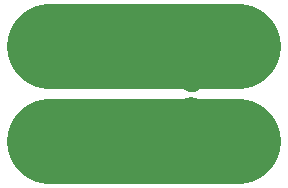
<source format=gbs>
%TF.GenerationSoftware,KiCad,Pcbnew,4.0.5-e0-6337~49~ubuntu16.04.1*%
%TF.CreationDate,2017-01-18T01:13:13-08:00*%
%TF.ProjectId,2x3-Generic-2.54mm-Pitch-Magnet,3278332D47656E657269632D322E3534,1.0*%
%TF.FileFunction,Soldermask,Bot*%
%FSLAX46Y46*%
G04 Gerber Fmt 4.6, Leading zero omitted, Abs format (unit mm)*
G04 Created by KiCad (PCBNEW 4.0.5-e0-6337~49~ubuntu16.04.1) date Wed Jan 18 01:13:13 2017*
%MOMM*%
%LPD*%
G01*
G04 APERTURE LIST*
%ADD10C,0.350000*%
%ADD11C,7.200000*%
G04 APERTURE END LIST*
D10*
D11*
X151891000Y-93854000D02*
X135891000Y-93854000D01*
X151891000Y-101854000D02*
X135891000Y-101854000D01*
D10*
G36*
X136214110Y-98779847D02*
X136805055Y-98901151D01*
X137361198Y-99134932D01*
X137861334Y-99472278D01*
X138286421Y-99900343D01*
X138620266Y-100402821D01*
X138850156Y-100960576D01*
X138967264Y-101552014D01*
X138967264Y-101552024D01*
X138967331Y-101552363D01*
X138957710Y-102241416D01*
X138957633Y-102241754D01*
X138957633Y-102241762D01*
X138824057Y-102829701D01*
X138578685Y-103380816D01*
X138230937Y-103873778D01*
X137794062Y-104289809D01*
X137284700Y-104613061D01*
X136722254Y-104831219D01*
X136128147Y-104935976D01*
X135525003Y-104923342D01*
X134935800Y-104793797D01*
X134382982Y-104552277D01*
X133887607Y-104207982D01*
X133468537Y-103774023D01*
X133141738Y-103266930D01*
X132919656Y-102706014D01*
X132810755Y-102112658D01*
X132819177Y-101509441D01*
X132944606Y-100919347D01*
X133182259Y-100364858D01*
X133523091Y-99867088D01*
X133954112Y-99445000D01*
X134458913Y-99114668D01*
X135018259Y-98888677D01*
X135610845Y-98775636D01*
X136214110Y-98779847D01*
X136214110Y-98779847D01*
G37*
G36*
X144214110Y-98779847D02*
X144805055Y-98901151D01*
X145361198Y-99134932D01*
X145861334Y-99472278D01*
X146286421Y-99900343D01*
X146620266Y-100402821D01*
X146850156Y-100960576D01*
X146967264Y-101552014D01*
X146967264Y-101552024D01*
X146967331Y-101552363D01*
X146957710Y-102241416D01*
X146957633Y-102241754D01*
X146957633Y-102241762D01*
X146824057Y-102829701D01*
X146578685Y-103380816D01*
X146230937Y-103873778D01*
X145794062Y-104289809D01*
X145284700Y-104613061D01*
X144722254Y-104831219D01*
X144128147Y-104935976D01*
X143525003Y-104923342D01*
X142935800Y-104793797D01*
X142382982Y-104552277D01*
X141887607Y-104207982D01*
X141468537Y-103774023D01*
X141141738Y-103266930D01*
X140919656Y-102706014D01*
X140810755Y-102112658D01*
X140819177Y-101509441D01*
X140944606Y-100919347D01*
X141182259Y-100364858D01*
X141523091Y-99867088D01*
X141954112Y-99445000D01*
X142458913Y-99114668D01*
X143018259Y-98888677D01*
X143610845Y-98775636D01*
X144214110Y-98779847D01*
X144214110Y-98779847D01*
G37*
G36*
X152214110Y-98779847D02*
X152805055Y-98901151D01*
X153361198Y-99134932D01*
X153861334Y-99472278D01*
X154286421Y-99900343D01*
X154620266Y-100402821D01*
X154850156Y-100960576D01*
X154967264Y-101552014D01*
X154967264Y-101552024D01*
X154967331Y-101552363D01*
X154957710Y-102241416D01*
X154957633Y-102241754D01*
X154957633Y-102241762D01*
X154824057Y-102829701D01*
X154578685Y-103380816D01*
X154230937Y-103873778D01*
X153794062Y-104289809D01*
X153284700Y-104613061D01*
X152722254Y-104831219D01*
X152128147Y-104935976D01*
X151525003Y-104923342D01*
X150935800Y-104793797D01*
X150382982Y-104552277D01*
X149887607Y-104207982D01*
X149468537Y-103774023D01*
X149141738Y-103266930D01*
X148919656Y-102706014D01*
X148810755Y-102112658D01*
X148819177Y-101509441D01*
X148944606Y-100919347D01*
X149182259Y-100364858D01*
X149523091Y-99867088D01*
X149954112Y-99445000D01*
X150458913Y-99114668D01*
X151018259Y-98888677D01*
X151610845Y-98775636D01*
X152214110Y-98779847D01*
X152214110Y-98779847D01*
G37*
G36*
X147998790Y-98138481D02*
X148195921Y-98178947D01*
X148381451Y-98256937D01*
X148548292Y-98369473D01*
X148690098Y-98512272D01*
X148801466Y-98679895D01*
X148878156Y-98865958D01*
X148917176Y-99063027D01*
X148917176Y-99063032D01*
X148917244Y-99063376D01*
X148914034Y-99293239D01*
X148913957Y-99293577D01*
X148913957Y-99293586D01*
X148869449Y-99489490D01*
X148787596Y-99673335D01*
X148671588Y-99837786D01*
X148525850Y-99976571D01*
X148355931Y-100084405D01*
X148168299Y-100157182D01*
X147970112Y-100192128D01*
X147768905Y-100187913D01*
X147572351Y-100144699D01*
X147387933Y-100064128D01*
X147222682Y-99949275D01*
X147082882Y-99804509D01*
X146973864Y-99635345D01*
X146899777Y-99448224D01*
X146863449Y-99250288D01*
X146866258Y-99049058D01*
X146908102Y-98852205D01*
X146987380Y-98667232D01*
X147101080Y-98501178D01*
X147244865Y-98360373D01*
X147413265Y-98250176D01*
X147599860Y-98174786D01*
X147797540Y-98137077D01*
X147998790Y-98138481D01*
X147998790Y-98138481D01*
G37*
G36*
X148004042Y-95548515D02*
X148210777Y-95590952D01*
X148405347Y-95672741D01*
X148580318Y-95790761D01*
X148729033Y-95940518D01*
X148845827Y-96116308D01*
X148926253Y-96311436D01*
X148967178Y-96518124D01*
X148967178Y-96518129D01*
X148967246Y-96518473D01*
X148963880Y-96759536D01*
X148963803Y-96759874D01*
X148963803Y-96759883D01*
X148917122Y-96965349D01*
X148831281Y-97158152D01*
X148709621Y-97330615D01*
X148556782Y-97476162D01*
X148378584Y-97589250D01*
X148181810Y-97665573D01*
X147973967Y-97702222D01*
X147762957Y-97697802D01*
X147556825Y-97652481D01*
X147363422Y-97567985D01*
X147190119Y-97447536D01*
X147043508Y-97295717D01*
X146929178Y-97118310D01*
X146851481Y-96922072D01*
X146813384Y-96714492D01*
X146816330Y-96503458D01*
X146860211Y-96297013D01*
X146943353Y-96103028D01*
X147062593Y-95928883D01*
X147213384Y-95781217D01*
X147389988Y-95665651D01*
X147585675Y-95586588D01*
X147792987Y-95547042D01*
X148004042Y-95548515D01*
X148004042Y-95548515D01*
G37*
G36*
X136214110Y-90779847D02*
X136805055Y-90901151D01*
X137361198Y-91134932D01*
X137861334Y-91472278D01*
X138286421Y-91900343D01*
X138620266Y-92402821D01*
X138850156Y-92960576D01*
X138967264Y-93552014D01*
X138967264Y-93552024D01*
X138967331Y-93552363D01*
X138957710Y-94241416D01*
X138957633Y-94241754D01*
X138957633Y-94241762D01*
X138824057Y-94829701D01*
X138578685Y-95380816D01*
X138230937Y-95873778D01*
X137794062Y-96289809D01*
X137284700Y-96613061D01*
X136722254Y-96831219D01*
X136128147Y-96935976D01*
X135525003Y-96923342D01*
X134935800Y-96793797D01*
X134382982Y-96552277D01*
X133887607Y-96207982D01*
X133468537Y-95774023D01*
X133141738Y-95266930D01*
X132919656Y-94706014D01*
X132810755Y-94112658D01*
X132819177Y-93509441D01*
X132944606Y-92919347D01*
X133182259Y-92364858D01*
X133523091Y-91867088D01*
X133954112Y-91445000D01*
X134458913Y-91114668D01*
X135018259Y-90888677D01*
X135610845Y-90775636D01*
X136214110Y-90779847D01*
X136214110Y-90779847D01*
G37*
G36*
X144214110Y-90779847D02*
X144805055Y-90901151D01*
X145361198Y-91134932D01*
X145861334Y-91472278D01*
X146286421Y-91900343D01*
X146620266Y-92402821D01*
X146850156Y-92960576D01*
X146967264Y-93552014D01*
X146967264Y-93552024D01*
X146967331Y-93552363D01*
X146957710Y-94241416D01*
X146957633Y-94241754D01*
X146957633Y-94241762D01*
X146824057Y-94829701D01*
X146578685Y-95380816D01*
X146230937Y-95873778D01*
X145794062Y-96289809D01*
X145284700Y-96613061D01*
X144722254Y-96831219D01*
X144128147Y-96935976D01*
X143525003Y-96923342D01*
X142935800Y-96793797D01*
X142382982Y-96552277D01*
X141887607Y-96207982D01*
X141468537Y-95774023D01*
X141141738Y-95266930D01*
X140919656Y-94706014D01*
X140810755Y-94112658D01*
X140819177Y-93509441D01*
X140944606Y-92919347D01*
X141182259Y-92364858D01*
X141523091Y-91867088D01*
X141954112Y-91445000D01*
X142458913Y-91114668D01*
X143018259Y-90888677D01*
X143610845Y-90775636D01*
X144214110Y-90779847D01*
X144214110Y-90779847D01*
G37*
G36*
X152214110Y-90779847D02*
X152805055Y-90901151D01*
X153361198Y-91134932D01*
X153861334Y-91472278D01*
X154286421Y-91900343D01*
X154620266Y-92402821D01*
X154850156Y-92960576D01*
X154967264Y-93552014D01*
X154967264Y-93552024D01*
X154967331Y-93552363D01*
X154957710Y-94241416D01*
X154957633Y-94241754D01*
X154957633Y-94241762D01*
X154824057Y-94829701D01*
X154578685Y-95380816D01*
X154230937Y-95873778D01*
X153794062Y-96289809D01*
X153284700Y-96613061D01*
X152722254Y-96831219D01*
X152128147Y-96935976D01*
X151525003Y-96923342D01*
X150935800Y-96793797D01*
X150382982Y-96552277D01*
X149887607Y-96207982D01*
X149468537Y-95774023D01*
X149141738Y-95266930D01*
X148919656Y-94706014D01*
X148810755Y-94112658D01*
X148819177Y-93509441D01*
X148944606Y-92919347D01*
X149182259Y-92364858D01*
X149523091Y-91867088D01*
X149954112Y-91445000D01*
X150458913Y-91114668D01*
X151018259Y-90888677D01*
X151610845Y-90775636D01*
X152214110Y-90779847D01*
X152214110Y-90779847D01*
G37*
M02*

</source>
